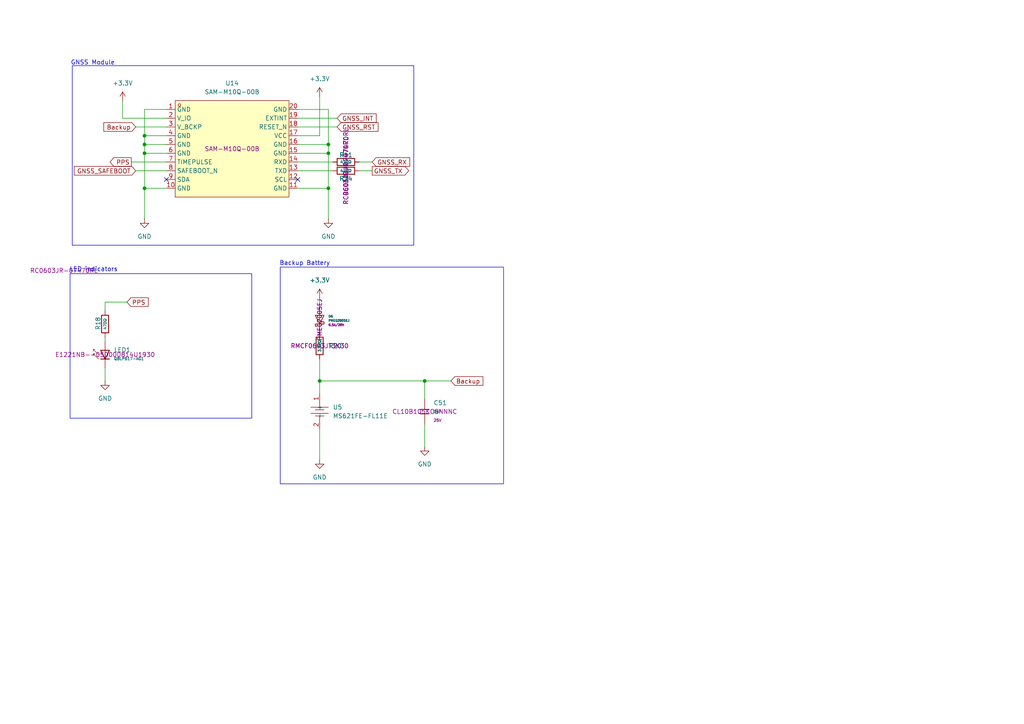
<source format=kicad_sch>
(kicad_sch (version 20250114) (generator "eeschema") (generator_version "9.0")
  (paper "A4")
  (lib_symbols
    (symbol "Diode:PMEG2005EJ" (pin_numbers (hide yes)) (pin_names (hide yes))
      (property "Reference" "D" (at 0 2.54 0))
      (property "Value" "PMEG2005EJ" (at 0 -2.54 0))
      (symbol "PMEG2005EJ_0_1"
        (polyline (pts (xy -1.905 0.635) (xy -1.905 1.27) (xy -1.27 1.27) (xy -1.27 -1.27) (xy -0.635 -1.27) (xy -0.635 -0.635)) (stroke (width 0.2032)))
        (polyline (pts (xy 1.27 1.27) (xy 1.27 -1.27) (xy -1.27 0) (xy 1.27 1.27)) (stroke (width 0.2032)))
        (polyline (pts (xy 1.27 0) (xy -1.27 0)))
      )
      (symbol "PMEG2005EJ_1_1"
        (pin passive line (at -3.81 0 0) (length 2.54) (name "K") (number "1"))
        (pin passive line (at 3.81 0 180) (length 2.54) (name "A") (number "2"))
      )
    )
    (symbol "EasyEDA:MS621FE-FL11E"
      (property "Reference" "U" (at 0 5.08 0))
      (property "Value" "MS621FE-FL11E" (at 0 -5.08 0))
      (symbol "MS621FE-FL11E_0_1"
        (polyline (pts (xy -2.54 0) (xy -1.27 0)))
        (polyline (pts (xy -1.27 2.54) (xy -1.27 -2.54)))
        (polyline (pts (xy -0.51 1.27) (xy -0.51 -1.27)))
        (polyline (pts (xy 0.51 2.54) (xy 0.51 -2.54)))
        (polyline (pts (xy 1.27 1.27) (xy 1.27 -1.27)))
        (polyline (pts (xy 1.27 0) (xy 2.54 0)))
        (pin power_in line (at -5.08 0 0) (length 2.54) (name "+") (number "1"))
        (pin power_in line (at 5.08 0 180) (length 2.54) (name "-") (number "2"))
      )
    )
    (symbol "EasyEDA:SAM-M10Q-00B"
      (property "Reference" "U" (at 0 16.51 0))
      (property "Value" "SAM-M10Q-00B" (at 0 -16.51 0))
      (symbol "SAM-M10Q-00B_0_1"
        (rectangle (start -16.51 13.97) (end 16.51 -13.97) (fill (type background)))
        (circle (center -15.24 12.7) (radius 0.38))
        (pin unspecified line (at -19.05 11.43 0) (length 2.54) (name "GND") (number "1"))
        (pin unspecified line (at -19.05 8.89 0) (length 2.54) (name "V_IO") (number "2"))
        (pin unspecified line (at -19.05 6.35 0) (length 2.54) (name "V_BCKP") (number "3"))
        (pin unspecified line (at -19.05 3.81 0) (length 2.54) (name "GND") (number "4"))
        (pin unspecified line (at -19.05 1.27 0) (length 2.54) (name "GND") (number "5"))
        (pin unspecified line (at -19.05 -1.27 0) (length 2.54) (name "GND") (number "6"))
        (pin unspecified line (at -19.05 -3.81 0) (length 2.54) (name "TIMEPULSE") (number "7"))
        (pin unspecified line (at -19.05 -6.35 0) (length 2.54) (name "SAFEBOOT_N") (number "8"))
        (pin unspecified line (at -19.05 -8.89 0) (length 2.54) (name "SDA") (number "9"))
        (pin unspecified line (at -19.05 -11.43 0) (length 2.54) (name "GND") (number "10"))
        (pin unspecified line (at 19.05 11.43 180) (length 2.54) (name "GND") (number "20"))
        (pin unspecified line (at 19.05 8.89 180) (length 2.54) (name "EXTINT") (number "19"))
        (pin unspecified line (at 19.05 6.35 180) (length 2.54) (name "RESET_N") (number "18"))
        (pin unspecified line (at 19.05 3.81 180) (length 2.54) (name "VCC") (number "17"))
        (pin unspecified line (at 19.05 1.27 180) (length 2.54) (name "GND") (number "16"))
        (pin unspecified line (at 19.05 -1.27 180) (length 2.54) (name "GND") (number "15"))
        (pin unspecified line (at 19.05 -3.81 180) (length 2.54) (name "RXD") (number "14"))
        (pin unspecified line (at 19.05 -6.35 180) (length 2.54) (name "TXD") (number "13"))
        (pin unspecified line (at 19.05 -8.89 180) (length 2.54) (name "SCL") (number "12"))
        (pin unspecified line (at 19.05 -11.43 180) (length 2.54) (name "GND") (number "11"))
      )
    )
    (symbol "PCM_JLCPCB-Capacitors:0402,1uF" (pin_numbers (hide yes)) (pin_names (offset 0))
      (property "Reference" "C" (at 2.032 1.668 0))
      (property "Value" "1uF" (at 2.032 -0.3782 0))
      (property "Voltage Rated" "25V" (at 2.032 -2.0462 0))
      (symbol "0402,1uF_0_1"
        (polyline (pts (xy -1.27 0.635) (xy 1.27 0.635)) (stroke (width 0.254)))
        (polyline (pts (xy -1.27 -0.635) (xy 1.27 -0.635)) (stroke (width 0.254)))
      )
      (symbol "0402,1uF_1_1"
        (pin passive line (at 0 3.81 270) (length 3.175) (name "~") (number "1"))
        (pin passive line (at 0 -3.81 90) (length 3.175) (name "~") (number "2"))
      )
    )
    (symbol "PCM_JLCPCB-Diodes:LED,0603,Red" (pin_numbers (hide yes)) (pin_names (offset 0))
      (property "Reference" "D" (at 2.032 0.834 0))
      (property "Value" "Red" (at 2.032 -1.2122 0))
      (symbol "LED,0603,Red_0_1"
        (polyline (pts (xy -1.905 0) (xy -3.429 1.524) (xy -3.429 1.016) (xy -3.429 1.524) (xy -2.921 1.524)) (stroke (width 0.127)))
        (polyline (pts (xy -1.905 -1.27) (xy -3.429 0.254) (xy -3.429 -0.254) (xy -3.429 0.254) (xy -2.921 0.254)) (stroke (width 0.127)))
        (polyline (pts (xy -1.27 1.27) (xy 0 -1.27) (xy 1.27 1.27) (xy -1.27 1.27)) (stroke (width 0.254)))
        (polyline (pts (xy -1.27 -1.27) (xy 1.27 -1.27)) (stroke (width 0.254)))
      )
      (symbol "LED,0603,Red_1_1"
        (pin passive line (at 0 3.81 270) (length 3.81) (name "~") (number "2"))
        (pin passive line (at 0 -3.81 90) (length 3.81) (name "~") (number "1"))
      )
    )
    (symbol "PCM_JLCPCB-Resistors:0402,3.3kΩ" (pin_numbers (hide yes)) (pin_names (offset 0))
      (property "Reference" "R" (at 1.778 0 0))
      (property "Value" "3.3kΩ" (at 0 0 90))
      (symbol "0402,3.3kΩ_0_1"
        (rectangle (start -1.016 2.54) (end 1.016 -2.54) (stroke (width 0.254)))
      )
      (symbol "0402,3.3kΩ_1_1"
        (pin passive line (at 0 3.81 270) (length 1.27) (name "~") (number "1"))
        (pin passive line (at 0 -3.81 90) (length 1.27) (name "~") (number "2"))
      )
    )
    (symbol "PCM_JLCPCB-Resistors:0402,470Ω" (pin_numbers (hide yes)) (pin_names (offset 0))
      (property "Reference" "R" (at 1.778 0 0))
      (property "Value" "470Ω" (at 0 0 90))
      (symbol "0402,470Ω_0_1"
        (rectangle (start -1.016 2.54) (end 1.016 -2.54) (stroke (width 0.254)))
      )
      (symbol "0402,470Ω_1_1"
        (pin passive line (at 0 3.81 270) (length 1.27) (name "~") (number "1"))
        (pin passive line (at 0 -3.81 90) (length 1.27) (name "~") (number "2"))
      )
    )
    (symbol "power:+3.3V" (power) (pin_numbers (hide yes)) (pin_names (offset 0) (hide yes))
      (property "Value" "+3.3V" (at 0 3.556 0))
      (symbol "+3.3V_0_1"
        (polyline (pts (xy -0.762 1.27) (xy 0 2.54)))
        (polyline (pts (xy 0 2.54) (xy 0.762 1.27)))
        (polyline (pts (xy 0 0) (xy 0 2.54)))
      )
      (symbol "+3.3V_1_1"
        (pin power_in line (at 0 0 90) (length 0) (name "~") (number "1"))
      )
    )
    (symbol "power:GND" (power) (pin_numbers (hide yes)) (pin_names (offset 0) (hide yes))
      (property "Value" "GND" (at 0 -3.81 0))
      (symbol "GND_0_1"
        (polyline (pts (xy 0 0) (xy 0 -1.27) (xy 1.27 -1.27) (xy 0 -2.54) (xy -1.27 -1.27) (xy 0 -1.27)))
      )
      (symbol "GND_1_1"
        (pin power_in line (at 0 0 270) (length 0) (name "~") (number "1"))
      )
    )
  )
  (rectangle (start 20.955 19.05) (end 120.015 71.12))
  (rectangle (start 20.32 79.375) (end 73.025 121.285))
  (rectangle (start 81.28 77.47) (end 146.05 140.335))
  (text "GNSS Module\n" (at 26.924 18.288 0) (effects (font (size 1.27 1.27))))
  (text "LED indicators" (at 27.178 78.232 0) (effects (font (size 1.27 1.27))))
  (text "Backup Battery" (at 88.392 76.454 0) (effects (font (size 1.27 1.27))))
  (junction (at 41.91 44.45))
  (junction (at 95.25 41.91))
  (junction (at 41.91 41.91))
  (junction (at 41.91 39.37))
  (junction (at 41.91 54.61))
  (junction (at 123.19 110.49))
  (junction (at 95.25 44.45))
  (junction (at 95.25 54.61))
  (junction (at 92.71 110.49))
  (no_connect (at 86.36 52.07))
  (no_connect (at 48.26 52.07))
  (wire (pts (xy 123.19 110.49) (xy 92.71 110.49)))
  (wire (pts (xy 41.91 39.37) (xy 41.91 41.91)))
  (wire (pts (xy 41.91 44.45) (xy 41.91 54.61)))
  (wire (pts (xy 92.71 27.94) (xy 92.71 39.37)))
  (wire (pts (xy 86.36 49.53) (xy 96.52 49.53)))
  (wire (pts (xy 86.36 36.83) (xy 97.79 36.83)))
  (wire (pts (xy 41.91 39.37) (xy 48.26 39.37)))
  (wire (pts (xy 36.83 87.63) (xy 30.48 87.63)))
  (wire (pts (xy 30.48 106.68) (xy 30.48 110.49)))
  (wire (pts (xy 38.1 46.99) (xy 48.26 46.99)))
  (wire (pts (xy 41.91 41.91) (xy 41.91 44.45)))
  (wire (pts (xy 41.91 54.61) (xy 41.91 63.5)))
  (wire (pts (xy 86.36 54.61) (xy 95.25 54.61)))
  (wire (pts (xy 35.56 29.21) (xy 35.56 34.29)))
  (wire (pts (xy 41.91 31.75) (xy 41.91 39.37)))
  (wire (pts (xy 92.71 124.46) (xy 92.71 133.35)))
  (wire (pts (xy 39.37 36.83) (xy 48.26 36.83)))
  (wire (pts (xy 86.36 44.45) (xy 95.25 44.45)))
  (wire (pts (xy 95.25 44.45) (xy 95.25 54.61)))
  (wire (pts (xy 92.71 39.37) (xy 86.36 39.37)))
  (wire (pts (xy 41.91 44.45) (xy 48.26 44.45)))
  (wire (pts (xy 86.36 34.29) (xy 97.79 34.29)))
  (wire (pts (xy 41.91 54.61) (xy 48.26 54.61)))
  (wire (pts (xy 86.36 46.99) (xy 96.52 46.99)))
  (wire (pts (xy 86.36 41.91) (xy 95.25 41.91)))
  (wire (pts (xy 92.71 86.36) (xy 92.71 88.9)))
  (wire (pts (xy 92.71 104.14) (xy 92.71 110.49)))
  (wire (pts (xy 130.81 110.49) (xy 123.19 110.49)))
  (wire (pts (xy 39.37 49.53) (xy 48.26 49.53)))
  (wire (pts (xy 104.14 49.53) (xy 107.95 49.53)))
  (wire (pts (xy 86.36 31.75) (xy 95.25 31.75)))
  (wire (pts (xy 48.26 31.75) (xy 41.91 31.75)))
  (wire (pts (xy 95.25 31.75) (xy 95.25 41.91)))
  (wire (pts (xy 30.48 97.79) (xy 30.48 99.06)))
  (wire (pts (xy 41.91 41.91) (xy 48.26 41.91)))
  (wire (pts (xy 30.48 87.63) (xy 30.48 90.17)))
  (wire (pts (xy 95.25 54.61) (xy 95.25 63.5)))
  (wire (pts (xy 35.56 34.29) (xy 48.26 34.29)))
  (wire (pts (xy 123.19 123.19) (xy 123.19 129.54)))
  (wire (pts (xy 123.19 110.49) (xy 123.19 115.57)))
  (wire (pts (xy 95.25 41.91) (xy 95.25 44.45)))
  (wire (pts (xy 92.71 110.49) (xy 92.71 114.3)))
  (wire (pts (xy 104.14 46.99) (xy 107.95 46.99)))
  (global_label "Backup" (shape input) (at 130.81 110.49 0) (property "Intersheetrefs" "${INTERSHEET_REFS}" (effects (hide yes))))
  (global_label "GNSS_RST" (shape input) (at 97.79 36.83 0) (property "Intersheetrefs" "${INTERSHEET_REFS}" (effects (hide yes))))
  (global_label "PPS" (shape input) (at 36.83 87.63 0) (property "Intersheetrefs" "${INTERSHEET_REFS}" (effects (hide yes))))
  (global_label "GNSS_RX" (shape input) (at 107.95 46.99 0) (property "Intersheetrefs" "${INTERSHEET_REFS}" (effects (hide yes))))
  (global_label "GNSS_SAFEBOOT" (shape input) (at 39.37 49.53 180) (property "Intersheetrefs" "${INTERSHEET_REFS}" (effects (hide yes))))
  (global_label "GNSS_INT" (shape input) (at 97.79 34.29 0) (property "Intersheetrefs" "${INTERSHEET_REFS}" (effects (hide yes))))
  (global_label "Backup" (shape input) (at 39.37 36.83 180) (property "Intersheetrefs" "${INTERSHEET_REFS}" (effects (hide yes))))
  (global_label "GNSS_TX" (shape output) (at 107.95 49.53 0) (property "Intersheetrefs" "${INTERSHEET_REFS}" (effects (hide yes))))
  (global_label "PPS" (shape output) (at 38.1 46.99 180) (property "Intersheetrefs" "${INTERSHEET_REFS}" (effects (hide yes))))
  (symbol (lib_id "Diode:PMEG2005EJ") (at 92.71 92.71 90) (unit 1)
    (property "Reference" "D6" (at 95.25 91.7574 90) (effects (font (size 0.635 0.635)) (justify right)))
    (property "Value" "PMEG2005EJ" (at 95.25 92.964 90) (effects (font (size 0.635 0.635)) (justify right)))
    (property "Footprint" "Diode_SMD:D_SOD-323F" (effects (hide yes)))
    (property "Datasheet" "https://assets.nexperia.com/documents/data-sheet/PMEGXX05EH_EJ_SER.pdf" (effects (hide yes)))
    (property "Description" "20V, 500mA very low Vf MEGA Schottky barrier rectifier, SOD-323F" (effects (hide yes)))
    (property "Ratings" "0.5A/20V" (at 97.536 94.234 90) (effects (font (size 0.635 0.635))))
    (property "Digikey Parts" "PMEG2005EJ" (at 92.71 92.71 0))
  )
  (symbol (lib_id "power:+3.3V") (at 35.56 29.21 0) (unit 1)
    (property "Reference" "#PWR093" (effects (hide yes)))
    (property "Value" "+3.3V" (at 35.56 24.13 0))
    (property "Description" "Power symbol creates a global label with name \"+3.3V\"" (effects (hide yes)))
  )
  (symbol (lib_id "power:GND") (at 30.48 110.49 0) (unit 1)
    (property "Reference" "#PWR0127" (effects (hide yes)))
    (property "Value" "GND" (at 30.48 115.57 0))
    (property "Description" "Power symbol creates a global label with name \"GND\" , ground" (effects (hide yes)))
  )
  (symbol (lib_id "EasyEDA:MS621FE-FL11E") (at 92.71 119.38 270) (unit 1)
    (property "Reference" "U5" (at 96.52 118.1099 90) (effects (justify left)))
    (property "Value" "MS621FE-FL11E" (at 96.52 120.6499 90) (effects (justify left)))
    (property "Footprint" "EasyEDA:BAT-SMD_FL11E" (effects (hide yes)))
    (property "LCSC Part" "C80909" (effects (hide yes)))
  )
  (symbol (lib_id "PCM_JLCPCB-Resistors:0402,470Ω") (at 30.48 93.98 0) (unit 1)
    (property "Reference" "R18" (at 28.448 95.758 90) (effects (justify left)))
    (property "Value" "470Ω" (at 30.48 93.98 90) (effects (font (size 0.8 0.8))))
    (property "Footprint" "PCM_JLCPCB:R_0603" (effects (hide yes)))
    (property "Datasheet" "https://www.lcsc.com/datasheet/lcsc_datasheet_2205311900_UNI-ROYAL-Uniroyal-Elec-0402WGF4700TCE_C25117.pdf" (effects (hide yes)))
    (property "Description" "62.5mW Thick Film Resistors 50V ±100ppm/°C ±1% 470Ω 0402 Chip Resistor - Surface Mount ROHS" (effects (hide yes)))
    (property "LCSC" "C25117" (effects (hide yes)))
    (property "Stock" "591787" (effects (hide yes)))
    (property "Price" "0.004USD" (effects (hide yes)))
    (property "Process" "SMT" (effects (hide yes)))
    (property "Minimum Qty" "20" (effects (hide yes)))
    (property "Attrition Qty" "10" (effects (hide yes)))
    (property "Class" "Basic Component" (effects (hide yes)))
    (property "Category" "Resistors,Chip Resistor - Surface Mount" (effects (hide yes)))
    (property "Manufacturer" "UNI-ROYAL(Uniroyal Elec)" (effects (hide yes)))
    (property "Part" "0402WGF4700TCE" (effects (hide yes)))
    (property "Resistance" "470Ω" (effects (hide yes)))
    (property "Power(Watts)" "62.5mW" (effects (hide yes)))
    (property "Type" "Thick Film Resistors" (effects (hide yes)))
    (property "Overload Voltage (Max)" "50V" (effects (hide yes)))
    (property "Operating Temperature Range" "-55°C~+155°C" (effects (hide yes)))
    (property "Tolerance" "±1%" (effects (hide yes)))
    (property "Temperature Coefficient" "±100ppm/°C" (effects (hide yes)))
    (property "Digikey Parts" "RC0603JR-07470RL" (at 18.542 78.486 0))
  )
  (symbol (lib_id "power:GND") (at 123.19 129.54 0) (unit 1)
    (property "Reference" "#PWR0106" (effects (hide yes)))
    (property "Value" "GND" (at 123.19 134.62 0))
    (property "Description" "Power symbol creates a global label with name \"GND\" , ground" (effects (hide yes)))
  )
  (symbol (lib_id "power:+3.3V") (at 92.71 27.94 0) (unit 1)
    (property "Reference" "#PWR094" (effects (hide yes)))
    (property "Value" "+3.3V" (at 92.71 22.86 0))
    (property "Description" "Power symbol creates a global label with name \"+3.3V\"" (effects (hide yes)))
  )
  (symbol (lib_id "power:GND") (at 95.25 63.5 0) (unit 1)
    (property "Reference" "#PWR0100" (effects (hide yes)))
    (property "Value" "GND" (at 95.25 68.58 0))
    (property "Description" "Power symbol creates a global label with name \"GND\" , ground" (effects (hide yes)))
  )
  (symbol (lib_id "PCM_JLCPCB-Resistors:0402,3.3kΩ") (at 92.71 100.33 0) (unit 1)
    (property "Reference" "R20" (at 95.25 100.3299 0) (effects (justify left)))
    (property "Value" "3.3kΩ" (at 92.71 100.33 90) (effects (font (size 0.8 0.8))))
    (property "Footprint" "PCM_JLCPCB:R_0603" (effects (hide yes)))
    (property "Datasheet" "https://www.lcsc.com/datasheet/lcsc_datasheet_2206010045_UNI-ROYAL-Uniroyal-Elec-0402WGF3301TCE_C25890.pdf" (effects (hide yes)))
    (property "Description" "62.5mW Thick Film Resistors 50V ±100ppm/°C ±1% 3.3kΩ 0402 Chip Resistor - Surface Mount ROHS" (effects (hide yes)))
    (property "LCSC" "C25890" (effects (hide yes)))
    (property "Stock" "858002" (effects (hide yes)))
    (property "Price" "0.004USD" (effects (hide yes)))
    (property "Process" "SMT" (effects (hide yes)))
    (property "Minimum Qty" "20" (effects (hide yes)))
    (property "Attrition Qty" "10" (effects (hide yes)))
    (property "Class" "Basic Component" (effects (hide yes)))
    (property "Category" "Resistors,Chip Resistor - Surface Mount" (effects (hide yes)))
    (property "Manufacturer" "UNI-ROYAL(Uniroyal Elec)" (effects (hide yes)))
    (property "Part" "0402WGF3301TCE" (effects (hide yes)))
    (property "Resistance" "3.3kΩ" (effects (hide yes)))
    (property "Power(Watts)" "62.5mW" (effects (hide yes)))
    (property "Type" "Thick Film Resistors" (effects (hide yes)))
    (property "Overload Voltage (Max)" "50V" (effects (hide yes)))
    (property "Operating Temperature Range" "-55°C~+155°C" (effects (hide yes)))
    (property "Tolerance" "±1%" (effects (hide yes)))
    (property "Temperature Coefficient" "±100ppm/°C" (effects (hide yes)))
    (property "Digikey Parts" "RMCF0603JT3K30" (at 92.71 100.33 0))
  )
  (symbol (lib_id "power:GND") (at 92.71 133.35 0) (unit 1)
    (property "Reference" "#PWR0105" (effects (hide yes)))
    (property "Value" "GND" (at 92.71 138.43 0))
    (property "Description" "Power symbol creates a global label with name \"GND\" , ground" (effects (hide yes)))
  )
  (symbol (lib_id "PCM_JLCPCB-Resistors:0402,470Ω") (at 100.33 49.53 90) (unit 1)
    (property "Reference" "R34" (at 100.33 51.816 90))
    (property "Value" "470Ω" (at 100.33 49.53 90) (effects (font (size 0.8 0.8))))
    (property "Footprint" "PCM_JLCPCB:R_0603" (effects (hide yes)))
    (property "Datasheet" "https://www.lcsc.com/datasheet/lcsc_datasheet_2205311900_UNI-ROYAL-Uniroyal-Elec-0402WGF4700TCE_C25117.pdf" (effects (hide yes)))
    (property "Description" "62.5mW Thick Film Resistors 50V ±100ppm/°C ±1% 470Ω 0402 Chip Resistor - Surface Mount ROHS" (effects (hide yes)))
    (property "LCSC" "C25117" (effects (hide yes)))
    (property "Stock" "591787" (effects (hide yes)))
    (property "Price" "0.004USD" (effects (hide yes)))
    (property "Process" "SMT" (effects (hide yes)))
    (property "Minimum Qty" "20" (effects (hide yes)))
    (property "Attrition Qty" "10" (effects (hide yes)))
    (property "Class" "Basic Component" (effects (hide yes)))
    (property "Category" "Resistors,Chip Resistor - Surface Mount" (effects (hide yes)))
    (property "Manufacturer" "UNI-ROYAL(Uniroyal Elec)" (effects (hide yes)))
    (property "Part" "0402WGF4700TCE" (effects (hide yes)))
    (property "Resistance" "470Ω" (effects (hide yes)))
    (property "Power(Watts)" "62.5mW" (effects (hide yes)))
    (property "Type" "Thick Film Resistors" (effects (hide yes)))
    (property "Overload Voltage (Max)" "50V" (effects (hide yes)))
    (property "Operating Temperature Range" "-55°C~+155°C" (effects (hide yes)))
    (property "Tolerance" "±1%" (effects (hide yes)))
    (property "Temperature Coefficient" "±100ppm/°C" (effects (hide yes)))
    (property "Digikey Parts" "RC0603JR-07470RL" (at 100.33 49.53 0))
  )
  (symbol (lib_id "PCM_JLCPCB-Capacitors:0402,1uF") (at 123.19 119.38 0) (unit 1)
    (property "Reference" "C51" (at 125.73 116.8399 0) (effects (justify left)))
    (property "Value" "1uF" (at 125.73 119.38 0) (effects (font (size 0.8 0.8)) (justify left)))
    (property "Footprint" "PCM_JLCPCB:C_0603" (effects (hide yes)))
    (property "Datasheet" "https://www.lcsc.com/datasheet/lcsc_datasheet_2304140030_Samsung-Electro-Mechanics-CL05A105KA5NQNC_C52923.pdf" (effects (hide yes)))
    (property "Description" "25V 1uF X5R ±10% 0402 Multilayer Ceramic Capacitors MLCC - SMD/SMT ROHS" (effects (hide yes)))
    (property "LCSC" "C52923" (effects (hide yes)))
    (property "Stock" "4952869" (effects (hide yes)))
    (property "Price" "0.006USD" (effects (hide yes)))
    (property "Process" "SMT" (effects (hide yes)))
    (property "Minimum Qty" "20" (effects (hide yes)))
    (property "Attrition Qty" "10" (effects (hide yes)))
    (property "Class" "Basic Component" (effects (hide yes)))
    (property "Category" "Capacitors,Multilayer Ceramic Capacitors MLCC - SMD/SMT" (effects (hide yes)))
    (property "Manufacturer" "Samsung Electro-Mechanics" (effects (hide yes)))
    (property "Part" "CL05A105KA5NQNC" (effects (hide yes)))
    (property "Voltage Rated" "25V" (at 125.73 121.92 0) (effects (font (size 0.8 0.8)) (justify left)))
    (property "Tolerance" "±10%" (effects (hide yes)))
    (property "Capacitance" "1uF" (effects (hide yes)))
    (property "Temperature Coefficient" "X5R" (effects (hide yes)))
    (property "Digikey Parts" "CL10B105KO8NNNC" (at 123.19 119.38 0))
  )
  (symbol (lib_id "power:GND") (at 41.91 63.5 0) (unit 1)
    (property "Reference" "#PWR0126" (effects (hide yes)))
    (property "Value" "GND" (at 41.91 68.58 0))
    (property "Description" "Power symbol creates a global label with name \"GND\" , ground" (effects (hide yes)))
  )
  (symbol (lib_id "PCM_JLCPCB-Resistors:0402,470Ω") (at 100.33 46.99 90) (unit 1)
    (property "Reference" "R11" (at 100.33 44.958 90))
    (property "Value" "470Ω" (at 100.33 46.99 90) (effects (font (size 0.8 0.8))))
    (property "Footprint" "PCM_JLCPCB:R_0603" (effects (hide yes)))
    (property "Datasheet" "https://www.lcsc.com/datasheet/lcsc_datasheet_2205311900_UNI-ROYAL-Uniroyal-Elec-0402WGF4700TCE_C25117.pdf" (effects (hide yes)))
    (property "Description" "62.5mW Thick Film Resistors 50V ±100ppm/°C ±1% 470Ω 0402 Chip Resistor - Surface Mount ROHS" (effects (hide yes)))
    (property "LCSC" "C25117" (effects (hide yes)))
    (property "Stock" "591787" (effects (hide yes)))
    (property "Price" "0.004USD" (effects (hide yes)))
    (property "Process" "SMT" (effects (hide yes)))
    (property "Minimum Qty" "20" (effects (hide yes)))
    (property "Attrition Qty" "10" (effects (hide yes)))
    (property "Class" "Basic Component" (effects (hide yes)))
    (property "Category" "Resistors,Chip Resistor - Surface Mount" (effects (hide yes)))
    (property "Manufacturer" "UNI-ROYAL(Uniroyal Elec)" (effects (hide yes)))
    (property "Part" "0402WGF4700TCE" (effects (hide yes)))
    (property "Resistance" "470Ω" (effects (hide yes)))
    (property "Power(Watts)" "62.5mW" (effects (hide yes)))
    (property "Type" "Thick Film Resistors" (effects (hide yes)))
    (property "Overload Voltage (Max)" "50V" (effects (hide yes)))
    (property "Operating Temperature Range" "-55°C~+155°C" (effects (hide yes)))
    (property "Tolerance" "±1%" (effects (hide yes)))
    (property "Temperature Coefficient" "±100ppm/°C" (effects (hide yes)))
    (property "Digikey Parts" "RC0603JR-07470RL" (at 100.33 46.99 0))
  )
  (symbol (lib_id "PCM_JLCPCB-Diodes:LED,0603,Red") (at 30.48 102.87 0) (unit 1)
    (property "Reference" "LED1" (at 33.02 101.5046 0) (effects (justify left)))
    (property "Value" "QBLP617-AG1" (at 33.02 104.0447 0) (effects (font (size 0.8 0.8)) (justify left)))
    (property "Footprint" "PCM_JLCPCB:D_0603" (effects (hide yes)))
    (property "Datasheet" "https://www.lcsc.com/datasheet/lcsc_datasheet_1810231112_Hubei-KENTO-Elec-KT-0603R_C2286.pdf" (effects (hide yes)))
    (property "Description" "-40°C~+85°C Red 0603 LED Indication - Discrete ROHS" (effects (hide yes)))
    (property "LCSC" "C2286" (effects (hide yes)))
    (property "Stock" "3021632" (effects (hide yes)))
    (property "Price" "0.009USD" (effects (hide yes)))
    (property "Process" "SMT" (effects (hide yes)))
    (property "Minimum Qty" "20" (effects (hide yes)))
    (property "Attrition Qty" "6" (effects (hide yes)))
    (property "Class" "Basic Component" (effects (hide yes)))
    (property "Category" "Optocouplers & LEDs & Infrared,Light Emitting Diodes (LED)" (effects (hide yes)))
    (property "Manufacturer" "Hubei KENTO Elec" (effects (hide yes)))
    (property "Part" "KT-0603R" (effects (hide yes)))
    (property "Digikey Parts" "E1221NB--05D000814U1930" (at 30.48 102.87 0))
  )
  (symbol (lib_id "EasyEDA:SAM-M10Q-00B") (at 67.31 43.18 0) (unit 1)
    (property "Reference" "U14" (at 67.31 24.13 0))
    (property "Value" "SAM-M10Q-00B" (at 67.31 26.67 0))
    (property "Footprint" "EasyEDA:LCC-20_L15.5-W15.5-P1.90_SAM-M10Q-00B" (effects (hide yes)))
    (property "LCSC Part" "C5443880" (effects (hide yes)))
    (property "Digikey Parts" "SAM-M10Q-00B" (at 67.31 43.18 0))
  )
  (symbol (lib_id "power:+3.3V") (at 92.71 86.36 0) (unit 1)
    (property "Reference" "#PWR092" (effects (hide yes)))
    (property "Value" "+3.3V" (at 92.71 81.28 0))
    (property "Description" "Power symbol creates a global label with name \"+3.3V\"" (effects (hide yes)))
  )
)
</source>
